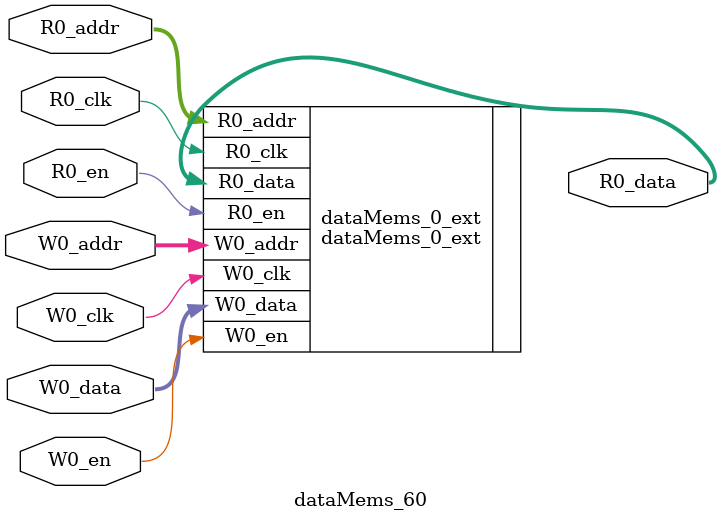
<source format=sv>
`ifndef RANDOMIZE
  `ifdef RANDOMIZE_REG_INIT
    `define RANDOMIZE
  `endif // RANDOMIZE_REG_INIT
`endif // not def RANDOMIZE
`ifndef RANDOMIZE
  `ifdef RANDOMIZE_MEM_INIT
    `define RANDOMIZE
  `endif // RANDOMIZE_MEM_INIT
`endif // not def RANDOMIZE

`ifndef RANDOM
  `define RANDOM $random
`endif // not def RANDOM

// Users can define 'PRINTF_COND' to add an extra gate to prints.
`ifndef PRINTF_COND_
  `ifdef PRINTF_COND
    `define PRINTF_COND_ (`PRINTF_COND)
  `else  // PRINTF_COND
    `define PRINTF_COND_ 1
  `endif // PRINTF_COND
`endif // not def PRINTF_COND_

// Users can define 'ASSERT_VERBOSE_COND' to add an extra gate to assert error printing.
`ifndef ASSERT_VERBOSE_COND_
  `ifdef ASSERT_VERBOSE_COND
    `define ASSERT_VERBOSE_COND_ (`ASSERT_VERBOSE_COND)
  `else  // ASSERT_VERBOSE_COND
    `define ASSERT_VERBOSE_COND_ 1
  `endif // ASSERT_VERBOSE_COND
`endif // not def ASSERT_VERBOSE_COND_

// Users can define 'STOP_COND' to add an extra gate to stop conditions.
`ifndef STOP_COND_
  `ifdef STOP_COND
    `define STOP_COND_ (`STOP_COND)
  `else  // STOP_COND
    `define STOP_COND_ 1
  `endif // STOP_COND
`endif // not def STOP_COND_

// Users can define INIT_RANDOM as general code that gets injected into the
// initializer block for modules with registers.
`ifndef INIT_RANDOM
  `define INIT_RANDOM
`endif // not def INIT_RANDOM

// If using random initialization, you can also define RANDOMIZE_DELAY to
// customize the delay used, otherwise 0.002 is used.
`ifndef RANDOMIZE_DELAY
  `define RANDOMIZE_DELAY 0.002
`endif // not def RANDOMIZE_DELAY

// Define INIT_RANDOM_PROLOG_ for use in our modules below.
`ifndef INIT_RANDOM_PROLOG_
  `ifdef RANDOMIZE
    `ifdef VERILATOR
      `define INIT_RANDOM_PROLOG_ `INIT_RANDOM
    `else  // VERILATOR
      `define INIT_RANDOM_PROLOG_ `INIT_RANDOM #`RANDOMIZE_DELAY begin end
    `endif // VERILATOR
  `else  // RANDOMIZE
    `define INIT_RANDOM_PROLOG_
  `endif // RANDOMIZE
`endif // not def INIT_RANDOM_PROLOG_

// Include register initializers in init blocks unless synthesis is set
`ifndef SYNTHESIS
  `ifndef ENABLE_INITIAL_REG_
    `define ENABLE_INITIAL_REG_
  `endif // not def ENABLE_INITIAL_REG_
`endif // not def SYNTHESIS

// Include rmemory initializers in init blocks unless synthesis is set
`ifndef SYNTHESIS
  `ifndef ENABLE_INITIAL_MEM_
    `define ENABLE_INITIAL_MEM_
  `endif // not def ENABLE_INITIAL_MEM_
`endif // not def SYNTHESIS

module dataMems_60(	// @[generators/ara/src/main/scala/UnsafeAXI4ToTL.scala:365:62]
  input  [4:0]   R0_addr,
  input          R0_en,
  input          R0_clk,
  output [514:0] R0_data,
  input  [4:0]   W0_addr,
  input          W0_en,
  input          W0_clk,
  input  [514:0] W0_data
);

  dataMems_0_ext dataMems_0_ext (	// @[generators/ara/src/main/scala/UnsafeAXI4ToTL.scala:365:62]
    .R0_addr (R0_addr),
    .R0_en   (R0_en),
    .R0_clk  (R0_clk),
    .R0_data (R0_data),
    .W0_addr (W0_addr),
    .W0_en   (W0_en),
    .W0_clk  (W0_clk),
    .W0_data (W0_data)
  );
endmodule


</source>
